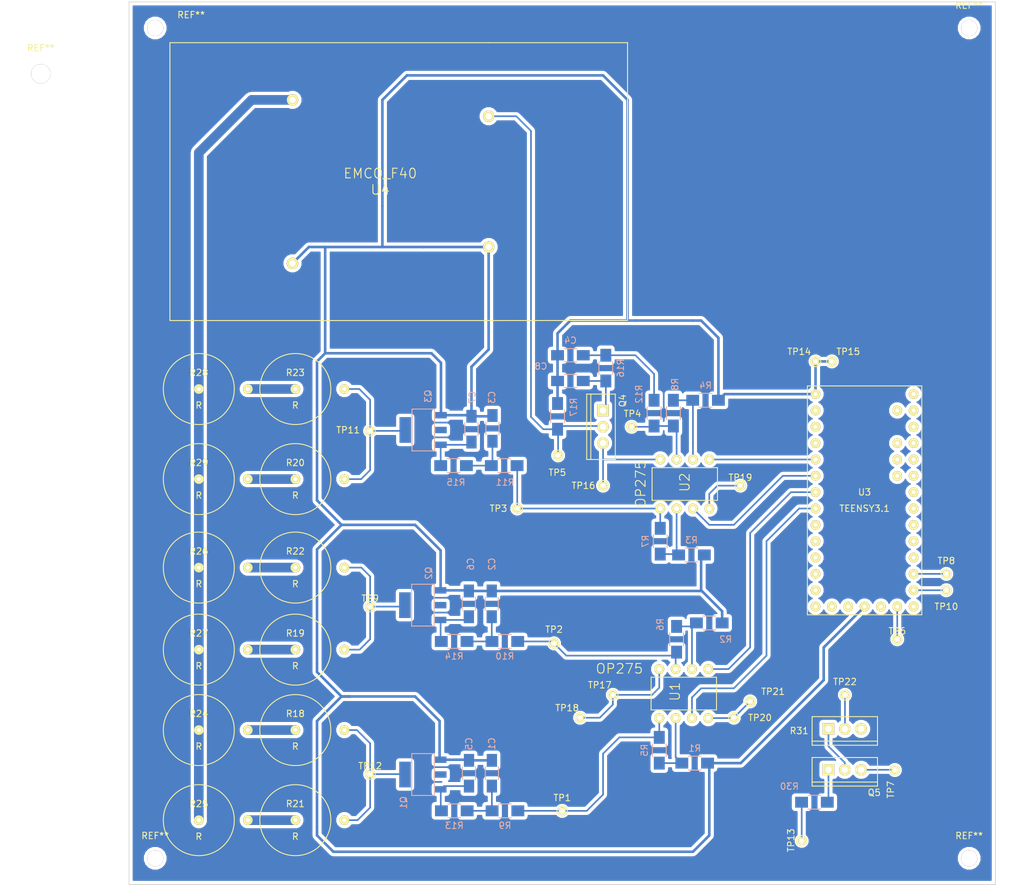
<source format=kicad_pcb>
(kicad_pcb (version 4) (host pcbnew "(2015-01-16 BZR 5376)-product")
  (layers (0 F.Cu signal) (31 B.Cu signal) (34 B.Paste user) (35 F.Paste user) (36 B.SilkS user) (37 F.SilkS user) (38 B.Mask user) (39 F.Mask user) (44 Edge.Cuts user))
  (net 0 "")
  (net 1 "Net-(C1-Pad1)")
  (net 2 GND)
  (net 3 "Net-(C2-Pad1)")
  (net 4 "Net-(C3-Pad1)")
  (net 5 "Net-(C4-Pad1)")
  (net 6 "Net-(C5-Pad1)")
  (net 7 "Net-(C6-Pad1)")
  (net 8 "Net-(C7-Pad1)")
  (net 9 "Net-(C8-Pad1)")
  (net 10 +12V)
  (net 11 "Net-(Q4-Pad3)")
  (net 12 "Net-(R1-Pad2)")
  (net 13 "Net-(R2-Pad2)")
  (net 14 "Net-(R3-Pad2)")
  (net 15 "Net-(R4-Pad2)")
  (net 16 "Net-(R5-Pad1)")
  (net 17 "Net-(R10-Pad2)")
  (net 18 "Net-(R11-Pad2)")
  (net 19 "Net-(R12-Pad2)")
  (net 20 "Net-(R18-Pad1)")
  (net 21 "Net-(R19-Pad1)")
  (net 22 "Net-(R20-Pad1)")
  (net 23 "Net-(R21-Pad1)")
  (net 24 "Net-(R22-Pad1)")
  (net 25 "Net-(R23-Pad1)")
  (net 26 "Net-(R24-Pad1)")
  (net 27 "Net-(U1-Pad3)")
  (net 28 -12V)
  (net 29 "Net-(U1-Pad5)")
  (net 30 "Net-(U2-Pad3)")
  (net 31 "Net-(U2-Pad5)")
  (net 32 "Net-(Q5-Pad3)")
  (net 33 "Net-(Q5-Pad1)")
  (net 34 +5V)
  (net 35 "Net-(R31-Pad3)")
  (net 36 "Net-(U3-Pad2)")
  (net 37 "Net-(U3-Pad3)")
  (net 38 "Net-(U3-Pad4)")
  (net 39 "Net-(U3-Pad9)")
  (net 40 "Net-(U3-Pad10)")
  (net 41 "Net-(U3-Pad11)")
  (net 42 "Net-(U3-Pad12)")
  (net 43 "Net-(U3-Pad13)")
  (net 44 "Net-(U3-Pad14)")
  (net 45 "Net-(U3-Pad15)")
  (net 46 "Net-(U3-Pad16)")
  (net 47 "Net-(U3-Pad18)")
  (net 48 "Net-(U3-Pad20)")
  (net 49 "Net-(U3-Pad23)")
  (net 50 "Net-(U3-Pad24)")
  (net 51 "Net-(U3-Pad25)")
  (net 52 "Net-(U3-Pad26)")
  (net 53 "Net-(U3-Pad27)")
  (net 54 "Net-(U3-Pad28)")
  (net 55 "Net-(U3-Pad29)")
  (net 56 "Net-(U3-Pad30)")
  (net 57 "Net-(U3-Pad31)")
  (net 58 "Net-(U3-Pad32)")
  (net 59 "Net-(U3-Pad33)")
  (net 60 "Net-(Q1-Pad2)")
  (net 61 "Net-(Q2-Pad2)")
  (net 62 "Net-(Q3-Pad2)")
  (net 63 "Net-(Q5-Pad2)")
  (net 64 "Net-(R30-Pad2)")
  (net 65 "Net-(TP6-Pad1)")
  (net 66 "Net-(TP8-Pad1)")
  (net 67 "Net-(TP10-Pad1)")
  (module Capacitors_SMD:C_1206_HandSoldering (layer B.Cu) (at 79.244 152.896 90)
    (fp_text reference C1 (at 4.572 0 90) (layer B.SilkS) (effects (justify mirror)))
    (fp_text value C)
    (pad 1 smd rect (at -2 0 90) (size 2 1.6) (layers B.Cu B.Paste B.Mask) (net 1 "Net-(C1-Pad1)"))
    (pad 2 smd rect (at 2 0 90) (size 2 1.6) (layers B.Cu B.Paste B.Mask) (net 2 GND))
  )
  (module Capacitors_SMD:C_1206_HandSoldering (layer B.Cu) (at 79.224 126.575 90)
    (fp_text reference C2 (at 6.179 0.024 90) (layer B.SilkS) (effects (justify mirror)))
    (fp_text value C)
    (pad 1 smd rect (at -2 0 90) (size 2 1.6) (layers B.Cu B.Paste B.Mask) (net 3 "Net-(C2-Pad1)"))
    (pad 2 smd rect (at 2 0 90) (size 2 1.6) (layers B.Cu B.Paste B.Mask) (net 2 GND))
  )
  (module Capacitors_SMD:C_1206_HandSoldering (layer B.Cu) (at 79.335 99.305 90)
    (fp_text reference C3 (at 4.817 -0.087 90) (layer B.SilkS) (effects (justify mirror)))
    (fp_text value C)
    (pad 1 smd rect (at -2 0 90) (size 2 1.6) (layers B.Cu B.Paste B.Mask) (net 4 "Net-(C3-Pad1)"))
    (pad 2 smd rect (at 2 0 90) (size 2 1.6) (layers B.Cu B.Paste B.Mask) (net 2 GND))
  )
  (module Capacitors_SMD:C_1206_HandSoldering (layer B.Cu) (at 91.45 87.94 180)
    (fp_text reference C4 (at 0 2.3 180) (layer B.SilkS) (effects (justify mirror)))
    (fp_text value C)
    (pad 1 smd rect (at -2 0 180) (size 2 1.6) (layers B.Cu B.Paste B.Mask) (net 5 "Net-(C4-Pad1)"))
    (pad 2 smd rect (at 2 0 180) (size 2 1.6) (layers B.Cu B.Paste B.Mask) (net 2 GND))
  )
  (module Capacitors_SMD:C_1206_HandSoldering (layer B.Cu) (at 75.688 152.896 90)
    (fp_text reference C5 (at 4.572 0 90) (layer B.SilkS) (effects (justify mirror)))
    (fp_text value C)
    (pad 1 smd rect (at -2 0 90) (size 2 1.6) (layers B.Cu B.Paste B.Mask) (net 6 "Net-(C5-Pad1)"))
    (pad 2 smd rect (at 2 0 90) (size 2 1.6) (layers B.Cu B.Paste B.Mask) (net 2 GND))
  )
  (module Capacitors_SMD:C_1206_HandSoldering (layer B.Cu) (at 75.668 126.575 90)
    (fp_text reference C6 (at 6.179 0.278 90) (layer B.SilkS) (effects (justify mirror)))
    (fp_text value C)
    (pad 1 smd rect (at -2 0 90) (size 2 1.6) (layers B.Cu B.Paste B.Mask) (net 7 "Net-(C6-Pad1)"))
    (pad 2 smd rect (at 2 0 90) (size 2 1.6) (layers B.Cu B.Paste B.Mask) (net 2 GND))
  )
  (module Capacitors_SMD:C_1206_HandSoldering (layer B.Cu) (at 76.073 99.431 90)
    (fp_text reference C7 (at 4.943 0.127 90) (layer B.SilkS) (effects (justify mirror)))
    (fp_text value C)
    (pad 1 smd rect (at -2 0 90) (size 2 1.6) (layers B.Cu B.Paste B.Mask) (net 8 "Net-(C7-Pad1)"))
    (pad 2 smd rect (at 2 0 90) (size 2 1.6) (layers B.Cu B.Paste B.Mask) (net 2 GND))
  )
  (module Capacitors_SMD:C_1206_HandSoldering (layer B.Cu) (at 91.45 91.94 180)
    (fp_text reference C8 (at 4.582 2.278 180) (layer B.SilkS) (effects (justify mirror)))
    (fp_text value C)
    (pad 1 smd rect (at -2 0 180) (size 2 1.6) (layers B.Cu B.Paste B.Mask) (net 9 "Net-(C8-Pad1)"))
    (pad 2 smd rect (at 2 0 180) (size 2 1.6) (layers B.Cu B.Paste B.Mask) (net 2 GND))
  )
  (module teensy:STN0214 (layer B.Cu) (at 66.798 149.848 270)
    (fp_text reference Q1 (at 7.632 1.266 270) (layer B.SilkS) (effects (justify mirror)))
    (fp_text value STN0214 hide)
    (pad 4 smd rect (at 3.25 1.05 270) (size 4 1.8) (layers B.Cu B.Paste B.Mask) (net 60 "Net-(Q1-Pad2)"))
    (pad 1 smd rect (at 0.95 -4.5 270) (size 1 1.8) (layers B.Cu B.Paste B.Mask) (net 2 GND))
    (pad 2 smd rect (at 3.25 -4.5 270) (size 1 1.8) (layers B.Cu B.Paste B.Mask) (net 60 "Net-(Q1-Pad2)"))
    (pad 3 smd rect (at 5.55 -4.5 270) (size 1 1.8) (layers B.Cu B.Paste B.Mask) (net 6 "Net-(C5-Pad1)"))
  )
  (module teensy:STN0214 (layer B.Cu) (at 66.778 123.527 270)
    (fp_text reference Q2 (at -1.722 -2.652 270) (layer B.SilkS) (effects (justify mirror)))
    (fp_text value STN0214 hide)
    (pad 4 smd rect (at 3.25 1.05 270) (size 4 1.8) (layers B.Cu B.Paste B.Mask) (net 61 "Net-(Q2-Pad2)"))
    (pad 1 smd rect (at 0.95 -4.5 270) (size 1 1.8) (layers B.Cu B.Paste B.Mask) (net 2 GND))
    (pad 2 smd rect (at 3.25 -4.5 270) (size 1 1.8) (layers B.Cu B.Paste B.Mask) (net 61 "Net-(Q2-Pad2)"))
    (pad 3 smd rect (at 5.55 -4.5 270) (size 1 1.8) (layers B.Cu B.Paste B.Mask) (net 7 "Net-(C6-Pad1)"))
  )
  (module teensy:STN0214 (layer B.Cu) (at 66.835 96.305 270)
    (fp_text reference Q3 (at -2 -2.5 270) (layer B.SilkS) (effects (justify mirror)))
    (fp_text value STN0214 hide)
    (pad 4 smd rect (at 3.25 1.05 270) (size 4 1.8) (layers B.Cu B.Paste B.Mask) (net 62 "Net-(Q3-Pad2)"))
    (pad 1 smd rect (at 0.95 -4.5 270) (size 1 1.8) (layers B.Cu B.Paste B.Mask) (net 2 GND))
    (pad 2 smd rect (at 3.25 -4.5 270) (size 1 1.8) (layers B.Cu B.Paste B.Mask) (net 62 "Net-(Q3-Pad2)"))
    (pad 3 smd rect (at 5.55 -4.5 270) (size 1 1.8) (layers B.Cu B.Paste B.Mask) (net 8 "Net-(C7-Pad1)"))
  )
  (module Resistors_SMD:R_1206_HandSoldering (layer B.Cu) (at 110.76 151.325 180)
    (fp_text reference R1 (at 0 2.3 180) (layer B.SilkS) (effects (justify mirror)))
    (fp_text value R)
    (pad 1 smd rect (at -2 0 180) (size 2 1.7) (layers B.Cu B.Paste B.Mask) (net 2 GND))
    (pad 2 smd rect (at 2 0 180) (size 2 1.7) (layers B.Cu B.Paste B.Mask) (net 12 "Net-(R1-Pad2)"))
  )
  (module Resistors_SMD:R_1206_HandSoldering (layer B.Cu) (at 113.03 129.54 180)
    (fp_text reference R2 (at -2.54 -2.54 180) (layer B.SilkS) (effects (justify mirror)))
    (fp_text value R)
    (pad 1 smd rect (at -2 0 180) (size 2 1.7) (layers B.Cu B.Paste B.Mask) (net 2 GND))
    (pad 2 smd rect (at 2 0 180) (size 2 1.7) (layers B.Cu B.Paste B.Mask) (net 13 "Net-(R2-Pad2)"))
  )
  (module Resistors_SMD:R_1206_HandSoldering (layer B.Cu) (at 110.26 118.975 180)
    (fp_text reference R3 (at 0 2.3 180) (layer B.SilkS) (effects (justify mirror)))
    (fp_text value R)
    (pad 1 smd rect (at -2 0 180) (size 2 1.7) (layers B.Cu B.Paste B.Mask) (net 2 GND))
    (pad 2 smd rect (at 2 0 180) (size 2 1.7) (layers B.Cu B.Paste B.Mask) (net 14 "Net-(R3-Pad2)"))
  )
  (module Resistors_SMD:R_1206_HandSoldering (layer B.Cu) (at 112.45 94.94 180)
    (fp_text reference R4 (at 0 2.3 180) (layer B.SilkS) (effects (justify mirror)))
    (fp_text value R)
    (pad 1 smd rect (at -2 0 180) (size 2 1.7) (layers B.Cu B.Paste B.Mask) (net 2 GND))
    (pad 2 smd rect (at 2 0 180) (size 2 1.7) (layers B.Cu B.Paste B.Mask) (net 15 "Net-(R4-Pad2)"))
  )
  (module Resistors_SMD:R_1206_HandSoldering (layer B.Cu) (at 105.26 149.325 270)
    (fp_text reference R5 (at 0 2.3 270) (layer B.SilkS) (effects (justify mirror)))
    (fp_text value R)
    (pad 1 smd rect (at -2 0 270) (size 2 1.7) (layers B.Cu B.Paste B.Mask) (net 16 "Net-(R5-Pad1)"))
    (pad 2 smd rect (at 2 0 270) (size 2 1.7) (layers B.Cu B.Paste B.Mask) (net 12 "Net-(R1-Pad2)"))
  )
  (module Resistors_SMD:R_1206_HandSoldering (layer B.Cu) (at 107.95 132.08 90)
    (fp_text reference R6 (at 2.286 -2.54 90) (layer B.SilkS) (effects (justify mirror)))
    (fp_text value R)
    (pad 1 smd rect (at -2 0 90) (size 2 1.7) (layers B.Cu B.Paste B.Mask) (net 17 "Net-(R10-Pad2)"))
    (pad 2 smd rect (at 2 0 90) (size 2 1.7) (layers B.Cu B.Paste B.Mask) (net 13 "Net-(R2-Pad2)"))
  )
  (module Resistors_SMD:R_1206_HandSoldering (layer B.Cu) (at 105.41 116.84 270)
    (fp_text reference R7 (at 0 2.3 270) (layer B.SilkS) (effects (justify mirror)))
    (fp_text value R)
    (pad 1 smd rect (at -2 0 270) (size 2 1.7) (layers B.Cu B.Paste B.Mask) (net 18 "Net-(R11-Pad2)"))
    (pad 2 smd rect (at 2 0 270) (size 2 1.7) (layers B.Cu B.Paste B.Mask) (net 14 "Net-(R3-Pad2)"))
  )
  (module Resistors_SMD:R_1206_HandSoldering (layer B.Cu) (at 107.45 96.94 90)
    (fp_text reference R8 (at 4.484 0.246 90) (layer B.SilkS) (effects (justify mirror)))
    (fp_text value R)
    (pad 1 smd rect (at -2 0 90) (size 2 1.7) (layers B.Cu B.Paste B.Mask) (net 19 "Net-(R12-Pad2)"))
    (pad 2 smd rect (at 2 0 90) (size 2 1.7) (layers B.Cu B.Paste B.Mask) (net 15 "Net-(R4-Pad2)"))
  )
  (module Resistors_SMD:R_1206_HandSoldering (layer B.Cu) (at 81.276 158.738)
    (fp_text reference R9 (at 0 2.3) (layer B.SilkS) (effects (justify mirror)))
    (fp_text value R)
    (pad 1 smd rect (at -2 0) (size 2 1.7) (layers B.Cu B.Paste B.Mask) (net 1 "Net-(C1-Pad1)"))
    (pad 2 smd rect (at 2 0) (size 2 1.7) (layers B.Cu B.Paste B.Mask) (net 16 "Net-(R5-Pad1)"))
  )
  (module Resistors_SMD:R_1206_HandSoldering (layer B.Cu) (at 81.256 132.417)
    (fp_text reference R10 (at 0 2.3) (layer B.SilkS) (effects (justify mirror)))
    (fp_text value R)
    (pad 1 smd rect (at -2 0) (size 2 1.7) (layers B.Cu B.Paste B.Mask) (net 3 "Net-(C2-Pad1)"))
    (pad 2 smd rect (at 2 0) (size 2 1.7) (layers B.Cu B.Paste B.Mask) (net 17 "Net-(R10-Pad2)"))
  )
  (module Resistors_SMD:R_1206_HandSoldering (layer B.Cu) (at 81.161 105.091)
    (fp_text reference R11 (at 0.119 2.605) (layer B.SilkS) (effects (justify mirror)))
    (fp_text value R)
    (pad 1 smd rect (at -2 0) (size 2 1.7) (layers B.Cu B.Paste B.Mask) (net 4 "Net-(C3-Pad1)"))
    (pad 2 smd rect (at 2 0) (size 2 1.7) (layers B.Cu B.Paste B.Mask) (net 18 "Net-(R11-Pad2)"))
  )
  (module Resistors_SMD:R_1206_HandSoldering (layer B.Cu) (at 104.45 96.94 270)
    (fp_text reference R12 (at -2.96 2.342 270) (layer B.SilkS) (effects (justify mirror)))
    (fp_text value R)
    (pad 1 smd rect (at -2 0 270) (size 2 1.7) (layers B.Cu B.Paste B.Mask) (net 5 "Net-(C4-Pad1)"))
    (pad 2 smd rect (at 2 0 270) (size 2 1.7) (layers B.Cu B.Paste B.Mask) (net 19 "Net-(R12-Pad2)"))
  )
  (module Resistors_SMD:R_1206_HandSoldering (layer B.Cu) (at 73.402 158.738)
    (fp_text reference R13 (at 0 2.3) (layer B.SilkS) (effects (justify mirror)))
    (fp_text value R)
    (pad 1 smd rect (at -2 0) (size 2 1.7) (layers B.Cu B.Paste B.Mask) (net 6 "Net-(C5-Pad1)"))
    (pad 2 smd rect (at 2 0) (size 2 1.7) (layers B.Cu B.Paste B.Mask) (net 1 "Net-(C1-Pad1)"))
  )
  (module Resistors_SMD:R_1206_HandSoldering (layer B.Cu) (at 73.382 132.417)
    (fp_text reference R14 (at 0 2.3) (layer B.SilkS) (effects (justify mirror)))
    (fp_text value R)
    (pad 1 smd rect (at -2 0) (size 2 1.7) (layers B.Cu B.Paste B.Mask) (net 7 "Net-(C6-Pad1)"))
    (pad 2 smd rect (at 2 0) (size 2 1.7) (layers B.Cu B.Paste B.Mask) (net 3 "Net-(C2-Pad1)"))
  )
  (module Resistors_SMD:R_1206_HandSoldering (layer B.Cu) (at 73.287 105.091)
    (fp_text reference R15 (at 0.373 2.605) (layer B.SilkS) (effects (justify mirror)))
    (fp_text value R)
    (pad 1 smd rect (at -2 0) (size 2 1.7) (layers B.Cu B.Paste B.Mask) (net 8 "Net-(C7-Pad1)"))
    (pad 2 smd rect (at 2 0) (size 2 1.7) (layers B.Cu B.Paste B.Mask) (net 4 "Net-(C3-Pad1)"))
  )
  (module Resistors_SMD:R_1206_HandSoldering (layer B.Cu) (at 96.95 89.94 90)
    (fp_text reference R16 (at 0 2.3 90) (layer B.SilkS) (effects (justify mirror)))
    (fp_text value R)
    (pad 1 smd rect (at -2 0 90) (size 2 1.7) (layers B.Cu B.Paste B.Mask) (net 9 "Net-(C8-Pad1)"))
    (pad 2 smd rect (at 2 0 90) (size 2 1.7) (layers B.Cu B.Paste B.Mask) (net 5 "Net-(C4-Pad1)"))
  )
  (module Resistors_SMD:R_1206_HandSoldering (layer B.Cu) (at 89.45 97.44 90)
    (fp_text reference R17 (at 1.428 2.498 90) (layer B.SilkS) (effects (justify mirror)))
    (fp_text value R)
    (pad 1 smd rect (at -2 0 90) (size 2 1.7) (layers B.Cu B.Paste B.Mask) (net 11 "Net-(Q4-Pad3)"))
    (pad 2 smd rect (at 2 0 90) (size 2 1.7) (layers B.Cu B.Paste B.Mask) (net 2 GND))
  )
  (module Connect:PINTST (layer F.Cu) (at 90.17 158.75)
    (fp_text reference TP1 (at 0 -2.032) (layer F.SilkS))
    (fp_text value TP)
    (pad 1 thru_hole circle (at 0 0) (size 1.143 1.143) (drill 0.635) (layers *.Cu *.Mask F.SilkS) (net 16 "Net-(R5-Pad1)"))
  )
  (module Connect:PINTST (layer F.Cu) (at 88.9 132.715)
    (fp_text reference TP2 (at 0 -2.159) (layer F.SilkS))
    (fp_text value TP)
    (pad 1 thru_hole circle (at 0 0) (size 1.143 1.143) (drill 0.635) (layers *.Cu *.Mask F.SilkS) (net 17 "Net-(R10-Pad2)"))
  )
  (module Connect:PINTST (layer F.Cu) (at 83.185 111.76)
    (fp_text reference TP3 (at -2.921 0) (layer F.SilkS))
    (fp_text value Test_point)
    (pad 1 thru_hole circle (at 0 0) (size 1.143 1.143) (drill 0.635) (layers *.Cu *.Mask F.SilkS) (net 18 "Net-(R11-Pad2)"))
  )
  (module Connect:PINTST (layer F.Cu) (at 100.965 99.06)
    (fp_text reference TP4 (at 0.127 -2.032) (layer F.SilkS))
    (fp_text value TP)
    (pad 1 thru_hole circle (at 0 0) (size 1.143 1.143) (drill 0.635) (layers *.Cu *.Mask F.SilkS) (net 19 "Net-(R12-Pad2)"))
  )
  (module Connect:PINTST (layer F.Cu) (at 89.535 103.505)
    (fp_text reference TP5 (at -0.127 2.667) (layer F.SilkS))
    (fp_text value "")
    (pad 1 thru_hole circle (at 0 0) (size 1.143 1.143) (drill 0.635) (layers *.Cu *.Mask F.SilkS) (net 11 "Net-(Q4-Pad3)"))
  )
  (module teensy:OpAmp (layer F.Cu) (at 105.26 144.325 90)
    (fp_text reference U1 (at 4.117 2.436 90) (layer F.SilkS) (effects (font (size 1.5 1.5))))
    (fp_text value OP275 (at 7.673 -6.2 180) (layer F.SilkS) (effects (font (size 1.5 1.5))))
    (pad 1 thru_hole circle (at 0 0 90) (size 1.524 1.524) (drill 0.762) (layers *.Cu *.Mask F.SilkS) (net 16 "Net-(R5-Pad1)"))
    (pad 2 thru_hole circle (at 0 2.54 90) (size 1.524 1.524) (drill 0.762) (layers *.Cu *.Mask F.SilkS) (net 12 "Net-(R1-Pad2)"))
    (pad 3 thru_hole circle (at 0 5.08 90) (size 1.524 1.524) (drill 0.762) (layers *.Cu *.Mask F.SilkS) (net 27 "Net-(U1-Pad3)"))
    (pad 4 thru_hole circle (at 0 7.62 90) (size 1.524 1.524) (drill 0.762) (layers *.Cu *.Mask F.SilkS) (net 28 -12V))
    (pad 8 thru_hole circle (at 7.62 0 90) (size 1.524 1.524) (drill 0.762) (layers *.Cu *.Mask F.SilkS) (net 10 +12V))
    (pad 7 thru_hole circle (at 7.62 2.54 90) (size 1.524 1.524) (drill 0.762) (layers *.Cu *.Mask F.SilkS) (net 17 "Net-(R10-Pad2)"))
    (pad 6 thru_hole circle (at 7.62 5.08 90) (size 1.524 1.524) (drill 0.762) (layers *.Cu *.Mask F.SilkS) (net 13 "Net-(R2-Pad2)"))
    (pad 5 thru_hole circle (at 7.62 7.62 90) (size 1.524 1.524) (drill 0.762) (layers *.Cu *.Mask F.SilkS) (net 29 "Net-(U1-Pad5)"))
  )
  (module teensy:OpAmp (layer F.Cu) (at 105.41 111.76 90)
    (fp_text reference U2 (at 4.064 3.81 90) (layer F.SilkS) (effects (font (size 1.5 1.5))))
    (fp_text value OP275 (at 3.81 -3.048 90) (layer F.SilkS) (effects (font (size 1.5 1.5))))
    (pad 1 thru_hole circle (at 0 0 90) (size 1.524 1.524) (drill 0.762) (layers *.Cu *.Mask F.SilkS) (net 18 "Net-(R11-Pad2)"))
    (pad 2 thru_hole circle (at 0 2.54 90) (size 1.524 1.524) (drill 0.762) (layers *.Cu *.Mask F.SilkS) (net 14 "Net-(R3-Pad2)"))
    (pad 3 thru_hole circle (at 0 5.08 90) (size 1.524 1.524) (drill 0.762) (layers *.Cu *.Mask F.SilkS) (net 30 "Net-(U2-Pad3)"))
    (pad 4 thru_hole circle (at 0 7.62 90) (size 1.524 1.524) (drill 0.762) (layers *.Cu *.Mask F.SilkS) (net 28 -12V))
    (pad 8 thru_hole circle (at 7.62 0 90) (size 1.524 1.524) (drill 0.762) (layers *.Cu *.Mask F.SilkS) (net 10 +12V))
    (pad 7 thru_hole circle (at 7.62 2.54 90) (size 1.524 1.524) (drill 0.762) (layers *.Cu *.Mask F.SilkS) (net 19 "Net-(R12-Pad2)"))
    (pad 6 thru_hole circle (at 7.62 5.08 90) (size 1.524 1.524) (drill 0.762) (layers *.Cu *.Mask F.SilkS) (net 15 "Net-(R4-Pad2)"))
    (pad 5 thru_hole circle (at 7.62 7.62 90) (size 1.524 1.524) (drill 0.762) (layers *.Cu *.Mask F.SilkS) (net 31 "Net-(U2-Pad5)"))
  )
  (module teensy:EMCO_F40 (layer F.Cu) (at 78.74 50.8 180)
    (fp_text reference U4 (at 16.84 -11.43 180) (layer F.SilkS) (effects (font (size 1.5 1.5))))
    (fp_text value EMCO_F40 (at 16.84 -8.89 180) (layer F.SilkS) (effects (font (size 1.5 1.5))))
    (pad 1 thru_hole circle (at 0 0 180) (size 1.78 1.78) (drill 0.97) (layers *.Cu *.Mask F.SilkS) (net 11 "Net-(Q4-Pad3)"))
    (pad 2 thru_hole circle (at 0 -20.32 180) (size 1.78 1.78) (drill 0.97) (layers *.Cu *.Mask F.SilkS) (net 2 GND))
    (pad 4 thru_hole circle (at 30.48 -22.86 180) (size 1.78 1.78) (drill 0.97) (layers *.Cu *.Mask F.SilkS) (net 2 GND))
    (pad 3 thru_hole circle (at 30.48 2.54 180) (size 1.78 1.78) (drill 0.97) (layers *.Cu *.Mask F.SilkS) (net 26 "Net-(R24-Pad1)"))
  )
  (module Discret:TO220_VERT (layer F.Cu) (at 96.52 99.06 180)
    (fp_text reference Q4 (at -3.048 4.064 270) (layer F.SilkS))
    (fp_text value TIPXXX)
    (pad 2 thru_hole circle (at 0 -2.54 180) (size 1.778 1.778) (drill 1.016) (layers *.Cu *.Mask F.SilkS) (net 10 +12V))
    (pad 3 thru_hole circle (at 0 0 180) (size 1.778 1.778) (drill 1.016) (layers *.Cu *.Mask F.SilkS) (net 11 "Net-(Q4-Pad3)"))
    (pad 1 thru_hole rect (at 0 2.54 180) (size 1.778 1.778) (drill 1.016) (layers *.Cu *.Mask F.SilkS) (net 9 "Net-(C8-Pad1)"))
  )
  (module Discret:TO220_VERT (layer F.Cu) (at 134.09 152.36 270)
    (fp_text reference Q5 (at 3.556 -4.572 360) (layer F.SilkS))
    (fp_text value NPN)
    (pad 2 thru_hole circle (at 0 -2.54 270) (size 1.778 1.778) (drill 1.016) (layers *.Cu *.Mask F.SilkS) (net 63 "Net-(Q5-Pad2)"))
    (pad 3 thru_hole circle (at 0 0 270) (size 1.778 1.778) (drill 1.016) (layers *.Cu *.Mask F.SilkS) (net 32 "Net-(Q5-Pad3)"))
    (pad 1 thru_hole rect (at 0 2.54 270) (size 1.778 1.778) (drill 1.016) (layers *.Cu *.Mask F.SilkS) (net 33 "Net-(Q5-Pad1)"))
  )
  (module Resistors_SMD:R_1206_HandSoldering (layer B.Cu) (at 129.37 157.4 180)
    (fp_text reference R30 (at 3.894 2.46 180) (layer B.SilkS) (effects (justify mirror)))
    (fp_text value R)
    (pad 1 smd rect (at -2 0 180) (size 2 1.7) (layers B.Cu B.Paste B.Mask) (net 33 "Net-(Q5-Pad1)"))
    (pad 2 smd rect (at 2 0 180) (size 2 1.7) (layers B.Cu B.Paste B.Mask) (net 64 "Net-(R30-Pad2)"))
  )
  (module teensy:TEENSY3.1 (layer F.Cu) (at 137.16 111.76)
    (fp_text reference U3 (at 0 -2.54) (layer F.SilkS))
    (fp_text value TEENSY3.1 (at 0 0) (layer F.SilkS))
    (pad 1 thru_hole circle (at -7.62 -17.78) (size 1.5 1.5) (drill 0.6) (layers *.Cu *.Mask F.SilkS) (net 2 GND))
    (pad 2 thru_hole circle (at -7.62 -15.24) (size 1.5 1.5) (drill 0.6) (layers *.Cu *.Mask F.SilkS) (net 36 "Net-(U3-Pad2)"))
    (pad 3 thru_hole circle (at -7.62 -12.7) (size 1.5 1.5) (drill 0.6) (layers *.Cu *.Mask F.SilkS) (net 37 "Net-(U3-Pad3)"))
    (pad 4 thru_hole circle (at -7.62 -10.16) (size 1.5 1.5) (drill 0.6) (layers *.Cu *.Mask F.SilkS) (net 38 "Net-(U3-Pad4)"))
    (pad 5 thru_hole circle (at -7.62 -7.62) (size 1.5 1.5) (drill 0.6) (layers *.Cu *.Mask F.SilkS) (net 31 "Net-(U2-Pad5)"))
    (pad 6 thru_hole circle (at -7.62 -5.08) (size 1.5 1.5) (drill 0.6) (layers *.Cu *.Mask F.SilkS) (net 30 "Net-(U2-Pad3)"))
    (pad 7 thru_hole circle (at -7.62 -2.54) (size 1.5 1.5) (drill 0.6) (layers *.Cu *.Mask F.SilkS) (net 29 "Net-(U1-Pad5)"))
    (pad 8 thru_hole circle (at -7.62 0) (size 1.5 1.5) (drill 0.6) (layers *.Cu *.Mask F.SilkS) (net 27 "Net-(U1-Pad3)"))
    (pad 9 thru_hole circle (at -7.62 2.54) (size 1.5 1.5) (drill 0.6) (layers *.Cu *.Mask F.SilkS) (net 39 "Net-(U3-Pad9)"))
    (pad 10 thru_hole circle (at -7.62 5.08) (size 1.5 1.5) (drill 0.6) (layers *.Cu *.Mask F.SilkS) (net 40 "Net-(U3-Pad10)"))
    (pad 11 thru_hole circle (at -7.62 7.62) (size 1.5 1.5) (drill 0.6) (layers *.Cu *.Mask F.SilkS) (net 41 "Net-(U3-Pad11)"))
    (pad 12 thru_hole circle (at -7.62 10.16) (size 1.5 1.5) (drill 0.6) (layers *.Cu *.Mask F.SilkS) (net 42 "Net-(U3-Pad12)"))
    (pad 13 thru_hole circle (at -7.62 12.7) (size 1.5 1.5) (drill 0.6) (layers *.Cu *.Mask F.SilkS) (net 43 "Net-(U3-Pad13)"))
    (pad 14 thru_hole circle (at -7.62 15.24) (size 1.5 1.5) (drill 0.6) (layers *.Cu *.Mask F.SilkS) (net 44 "Net-(U3-Pad14)"))
    (pad 15 thru_hole circle (at -5.08 15.24) (size 1.5 1.5) (drill 0.6) (layers *.Cu *.Mask F.SilkS) (net 45 "Net-(U3-Pad15)"))
    (pad 16 thru_hole circle (at -2.54 15.24) (size 1.5 1.5) (drill 0.6) (layers *.Cu *.Mask F.SilkS) (net 46 "Net-(U3-Pad16)"))
    (pad 17 thru_hole circle (at 0 15.24) (size 1.5 1.5) (drill 0.6) (layers *.Cu *.Mask F.SilkS) (net 2 GND))
    (pad 18 thru_hole circle (at 2.54 15.24) (size 1.5 1.5) (drill 0.6) (layers *.Cu *.Mask F.SilkS) (net 47 "Net-(U3-Pad18)"))
    (pad 19 thru_hole circle (at 5.08 15.24) (size 1.5 1.5) (drill 0.6) (layers *.Cu *.Mask F.SilkS) (net 65 "Net-(TP6-Pad1)"))
    (pad 20 thru_hole circle (at 7.62 15.24) (size 1.5 1.5) (drill 0.6) (layers *.Cu *.Mask F.SilkS) (net 48 "Net-(U3-Pad20)"))
    (pad 21 thru_hole circle (at 7.62 12.7) (size 1.5 1.5) (drill 0.6) (layers *.Cu *.Mask F.SilkS) (net 67 "Net-(TP10-Pad1)"))
    (pad 22 thru_hole circle (at 7.62 10.16) (size 1.5 1.5) (drill 0.6) (layers *.Cu *.Mask F.SilkS) (net 66 "Net-(TP8-Pad1)"))
    (pad 23 thru_hole circle (at 7.62 7.62) (size 1.5 1.5) (drill 0.6) (layers *.Cu *.Mask F.SilkS) (net 49 "Net-(U3-Pad23)"))
    (pad 24 thru_hole circle (at 7.62 5.08) (size 1.5 1.5) (drill 0.6) (layers *.Cu *.Mask F.SilkS) (net 50 "Net-(U3-Pad24)"))
    (pad 25 thru_hole circle (at 7.62 2.54) (size 1.5 1.5) (drill 0.6) (layers *.Cu *.Mask F.SilkS) (net 51 "Net-(U3-Pad25)"))
    (pad 26 thru_hole circle (at 7.62 0) (size 1.5 1.5) (drill 0.6) (layers *.Cu *.Mask F.SilkS) (net 52 "Net-(U3-Pad26)"))
    (pad 27 thru_hole circle (at 7.62 -2.54) (size 1.5 1.5) (drill 0.6) (layers *.Cu *.Mask F.SilkS) (net 53 "Net-(U3-Pad27)"))
    (pad 28 thru_hole circle (at 7.62 -5.08) (size 1.5 1.5) (drill 0.6) (layers *.Cu *.Mask F.SilkS) (net 54 "Net-(U3-Pad28)"))
    (pad 29 thru_hole circle (at 7.62 -7.62) (size 1.5 1.5) (drill 0.6) (layers *.Cu *.Mask F.SilkS) (net 55 "Net-(U3-Pad29)"))
    (pad 30 thru_hole circle (at 7.62 -10.16) (size 1.5 1.5) (drill 0.6) (layers *.Cu *.Mask F.SilkS) (net 56 "Net-(U3-Pad30)"))
    (pad 31 thru_hole circle (at 7.62 -12.7) (size 1.5 1.5) (drill 0.6) (layers *.Cu *.Mask F.SilkS) (net 57 "Net-(U3-Pad31)"))
    (pad 32 thru_hole circle (at 7.62 -15.24) (size 1.5 1.5) (drill 0.6) (layers *.Cu *.Mask F.SilkS) (net 58 "Net-(U3-Pad32)"))
    (pad 33 thru_hole circle (at 7.62 -17.78) (size 1.5 1.5) (drill 0.6) (layers *.Cu *.Mask F.SilkS) (net 59 "Net-(U3-Pad33)"))
    (pad 34 thru_hole circle (at 5.08 -15.24) (size 1.5 1.5) (drill 0.6) (layers *.Cu *.Mask F.SilkS))
    (pad 35 thru_hole circle (at 5.08 -10.16) (size 1.5 1.5) (drill 0.6) (layers *.Cu *.Mask F.SilkS))
    (pad 36 thru_hole circle (at 5.08 -7.62) (size 1.5 1.5) (drill 0.6) (layers *.Cu *.Mask F.SilkS))
    (pad 37 thru_hole circle (at 5.08 -5.08) (size 1.5 1.5) (drill 0.6) (layers *.Cu *.Mask F.SilkS))
  )
  (module teensy:RES_1W (layer F.Cu) (at 48.7 146.19)
    (fp_text reference R18 (at 0 -2.54) (layer F.SilkS))
    (fp_text value R (at 0 2.54) (layer F.SilkS))
    (pad 1 thru_hole circle (at 0 0) (size 1.5 1.5) (drill 0.6) (layers *.Cu *.Mask F.SilkS) (net 20 "Net-(R18-Pad1)"))
    (pad 2 thru_hole circle (at 7.62 0) (size 1.5 1.5) (drill 0.6) (layers *.Cu *.Mask F.SilkS) (net 60 "Net-(Q1-Pad2)"))
  )
  (module teensy:RES_1W (layer F.Cu) (at 48.7 133.69)
    (fp_text reference R19 (at 0 -2.54) (layer F.SilkS))
    (fp_text value R (at 0 2.54) (layer F.SilkS))
    (pad 1 thru_hole circle (at 0 0) (size 1.5 1.5) (drill 0.6) (layers *.Cu *.Mask F.SilkS) (net 21 "Net-(R19-Pad1)"))
    (pad 2 thru_hole circle (at 7.62 0) (size 1.5 1.5) (drill 0.6) (layers *.Cu *.Mask F.SilkS) (net 61 "Net-(Q2-Pad2)"))
  )
  (module teensy:RES_1W (layer F.Cu) (at 48.7 107.19)
    (fp_text reference R20 (at 0 -2.54) (layer F.SilkS))
    (fp_text value R (at 0 2.54) (layer F.SilkS))
    (pad 1 thru_hole circle (at 0 0) (size 1.5 1.5) (drill 0.6) (layers *.Cu *.Mask F.SilkS) (net 22 "Net-(R20-Pad1)"))
    (pad 2 thru_hole circle (at 7.62 0) (size 1.5 1.5) (drill 0.6) (layers *.Cu *.Mask F.SilkS) (net 62 "Net-(Q3-Pad2)"))
  )
  (module teensy:RES_1W (layer F.Cu) (at 48.7 160.19)
    (fp_text reference R21 (at 0 -2.54) (layer F.SilkS))
    (fp_text value R (at 0 2.54) (layer F.SilkS))
    (pad 1 thru_hole circle (at 0 0) (size 1.5 1.5) (drill 0.6) (layers *.Cu *.Mask F.SilkS) (net 23 "Net-(R21-Pad1)"))
    (pad 2 thru_hole circle (at 7.62 0) (size 1.5 1.5) (drill 0.6) (layers *.Cu *.Mask F.SilkS) (net 60 "Net-(Q1-Pad2)"))
  )
  (module teensy:RES_1W (layer F.Cu) (at 48.7 120.94)
    (fp_text reference R22 (at 0 -2.54) (layer F.SilkS))
    (fp_text value R (at 0 2.54) (layer F.SilkS))
    (pad 1 thru_hole circle (at 0 0) (size 1.5 1.5) (drill 0.6) (layers *.Cu *.Mask F.SilkS) (net 24 "Net-(R22-Pad1)"))
    (pad 2 thru_hole circle (at 7.62 0) (size 1.5 1.5) (drill 0.6) (layers *.Cu *.Mask F.SilkS) (net 61 "Net-(Q2-Pad2)"))
  )
  (module teensy:RES_1W (layer F.Cu) (at 48.7 93.19)
    (fp_text reference R23 (at 0 -2.54) (layer F.SilkS))
    (fp_text value R (at 0 2.54) (layer F.SilkS))
    (pad 1 thru_hole circle (at 0 0) (size 1.5 1.5) (drill 0.6) (layers *.Cu *.Mask F.SilkS) (net 25 "Net-(R23-Pad1)"))
    (pad 2 thru_hole circle (at 7.62 0) (size 1.5 1.5) (drill 0.6) (layers *.Cu *.Mask F.SilkS) (net 62 "Net-(Q3-Pad2)"))
  )
  (module teensy:RES_1W (layer F.Cu) (at 33.7 146.19)
    (fp_text reference R24 (at 0 -2.54) (layer F.SilkS))
    (fp_text value R (at 0 2.54) (layer F.SilkS))
    (pad 1 thru_hole circle (at 0 0) (size 1.5 1.5) (drill 0.6) (layers *.Cu *.Mask F.SilkS) (net 26 "Net-(R24-Pad1)"))
    (pad 2 thru_hole circle (at 7.62 0) (size 1.5 1.5) (drill 0.6) (layers *.Cu *.Mask F.SilkS) (net 20 "Net-(R18-Pad1)"))
  )
  (module teensy:RES_1W (layer F.Cu) (at 33.7 160.19)
    (fp_text reference R25 (at 0 -2.54) (layer F.SilkS))
    (fp_text value R (at 0 2.54) (layer F.SilkS))
    (pad 1 thru_hole circle (at 0 0) (size 1.5 1.5) (drill 0.6) (layers *.Cu *.Mask F.SilkS) (net 26 "Net-(R24-Pad1)"))
    (pad 2 thru_hole circle (at 7.62 0) (size 1.5 1.5) (drill 0.6) (layers *.Cu *.Mask F.SilkS) (net 23 "Net-(R21-Pad1)"))
  )
  (module teensy:RES_1W (layer F.Cu) (at 33.7 120.94)
    (fp_text reference R26 (at 0 -2.54) (layer F.SilkS))
    (fp_text value R (at 0 2.54) (layer F.SilkS))
    (pad 1 thru_hole circle (at 0 0) (size 1.5 1.5) (drill 0.6) (layers *.Cu *.Mask F.SilkS) (net 26 "Net-(R24-Pad1)"))
    (pad 2 thru_hole circle (at 7.62 0) (size 1.5 1.5) (drill 0.6) (layers *.Cu *.Mask F.SilkS) (net 24 "Net-(R22-Pad1)"))
  )
  (module teensy:RES_1W (layer F.Cu) (at 33.7 133.69)
    (fp_text reference R27 (at 0 -2.54) (layer F.SilkS))
    (fp_text value R (at 0 2.54) (layer F.SilkS))
    (pad 1 thru_hole circle (at 0 0) (size 1.5 1.5) (drill 0.6) (layers *.Cu *.Mask F.SilkS) (net 26 "Net-(R24-Pad1)"))
    (pad 2 thru_hole circle (at 7.62 0) (size 1.5 1.5) (drill 0.6) (layers *.Cu *.Mask F.SilkS) (net 21 "Net-(R19-Pad1)"))
  )
  (module teensy:RES_1W (layer F.Cu) (at 33.7 93.19)
    (fp_text reference R28 (at 0 -2.54) (layer F.SilkS))
    (fp_text value R (at 0 2.54) (layer F.SilkS))
    (pad 1 thru_hole circle (at 0 0) (size 1.5 1.5) (drill 0.6) (layers *.Cu *.Mask F.SilkS) (net 26 "Net-(R24-Pad1)"))
    (pad 2 thru_hole circle (at 7.62 0) (size 1.5 1.5) (drill 0.6) (layers *.Cu *.Mask F.SilkS) (net 25 "Net-(R23-Pad1)"))
  )
  (module teensy:RES_1W (layer F.Cu) (at 33.7 107.19)
    (fp_text reference R29 (at 0 -2.54) (layer F.SilkS))
    (fp_text value R (at 0 2.54) (layer F.SilkS))
    (pad 1 thru_hole circle (at 0 0) (size 1.5 1.5) (drill 0.6) (layers *.Cu *.Mask F.SilkS) (net 26 "Net-(R24-Pad1)"))
    (pad 2 thru_hole circle (at 7.62 0) (size 1.5 1.5) (drill 0.6) (layers *.Cu *.Mask F.SilkS) (net 22 "Net-(R20-Pad1)"))
  )
  (module teensy:POT (layer F.Cu) (at 134.09 146.01 270)
    (fp_text reference R31 (at 0.294 7.09 360) (layer F.SilkS))
    (fp_text value POT)
    (pad 3 thru_hole circle (at 0 -2.54 270) (size 1.778 1.778) (drill 1.016) (layers *.Cu *.Mask F.SilkS) (net 35 "Net-(R31-Pad3)"))
    (pad 2 thru_hole circle (at 0 0 270) (size 1.778 1.778) (drill 1.016) (layers *.Cu *.Mask F.SilkS) (net 34 +5V))
    (pad 1 thru_hole rect (at 0 2.54 270) (size 1.778 1.778) (drill 1.016) (layers *.Cu *.Mask F.SilkS) (net 32 "Net-(Q5-Pad3)"))
  )
  (module Connect:PINTST (layer F.Cu) (at 142.24 132.08)
    (fp_text reference TP6 (at 0 -1.26746) (layer F.SilkS))
    (fp_text value Test_point)
    (pad 1 thru_hole circle (at 0 0) (size 1.143 1.143) (drill 0.635) (layers *.Cu *.Mask F.SilkS) (net 65 "Net-(TP6-Pad1)"))
  )
  (module Connect:PINTST (layer F.Cu) (at 141.87 152.4 90)
    (fp_text reference TP7 (at -3.048 -0.646 90) (layer F.SilkS))
    (fp_text value Test_point)
    (pad 1 thru_hole circle (at 0 0 90) (size 1.143 1.143) (drill 0.635) (layers *.Cu *.Mask F.SilkS) (net 63 "Net-(Q5-Pad2)"))
  )
  (module Connect:PINTST (layer F.Cu) (at 149.86 121.92)
    (fp_text reference TP8 (at 0 -2.032) (layer F.SilkS))
    (fp_text value A1)
    (pad 1 thru_hole circle (at 0 0) (size 1.143 1.143) (drill 0.635) (layers *.Cu *.Mask F.SilkS) (net 66 "Net-(TP8-Pad1)"))
  )
  (module Connect:PINTST (layer F.Cu) (at 60.325 127)
    (fp_text reference TP9 (at 0 -1.26746) (layer F.SilkS))
    (fp_text value Test_point)
    (pad 1 thru_hole circle (at 0 0) (size 1.143 1.143) (drill 0.635) (layers *.Cu *.Mask F.SilkS) (net 61 "Net-(Q2-Pad2)"))
  )
  (module Connect:PINTST (layer F.Cu) (at 149.86 124.46)
    (fp_text reference TP10 (at 0 2.54) (layer F.SilkS))
    (fp_text value A0)
    (pad 1 thru_hole circle (at 0 0) (size 1.143 1.143) (drill 0.635) (layers *.Cu *.Mask F.SilkS) (net 67 "Net-(TP10-Pad1)"))
  )
  (module Connect:PINTST (layer F.Cu) (at 60.325 99.695)
    (fp_text reference TP11 (at -3.429 -0.127) (layer F.SilkS))
    (fp_text value "")
    (pad 1 thru_hole circle (at 0 0) (size 1.143 1.143) (drill 0.635) (layers *.Cu *.Mask F.SilkS) (net 62 "Net-(Q3-Pad2)"))
  )
  (module Connect:PINTST (layer F.Cu) (at 60.325 153.035)
    (fp_text reference TP12 (at 0 -1.26746) (layer F.SilkS))
    (fp_text value "")
    (pad 1 thru_hole circle (at 0 0) (size 1.143 1.143) (drill 0.635) (layers *.Cu *.Mask F.SilkS) (net 60 "Net-(Q1-Pad2)"))
  )
  (module Connect:PINTST (layer F.Cu) (at 127.39 163.4 90)
    (fp_text reference TP13 (at 0.078 -1.66 90) (layer F.SilkS))
    (fp_text value TP)
    (pad 1 thru_hole circle (at 0 0 90) (size 1.143 1.143) (drill 0.635) (layers *.Cu *.Mask F.SilkS) (net 64 "Net-(R30-Pad2)"))
  )
  (module Connect:PINTST (layer F.Cu) (at 129.54 88.9)
    (fp_text reference TP14 (at -2.54 -1.524) (layer F.SilkS))
    (fp_text value GND)
    (pad 1 thru_hole circle (at 0 0) (size 1.143 1.143) (drill 0.635) (layers *.Cu *.Mask F.SilkS) (net 2 GND))
  )
  (module Connect:PINTST (layer F.Cu) (at 132.08 88.9)
    (fp_text reference TP15 (at 2.54 -1.524) (layer F.SilkS))
    (fp_text value GND)
    (pad 1 thru_hole circle (at 0 0) (size 1.143 1.143) (drill 0.635) (layers *.Cu *.Mask F.SilkS) (net 2 GND))
  )
  (module Connect:PINTST (layer F.Cu) (at 96.52 108.204)
    (fp_text reference TP16 (at -3.048 0) (layer F.SilkS))
    (fp_text value +12V)
    (pad 1 thru_hole circle (at 0 0) (size 1.143 1.143) (drill 0.635) (layers *.Cu *.Mask F.SilkS) (net 10 +12V))
  )
  (module Connect:PINTST (layer F.Cu) (at 98.044 140.716)
    (fp_text reference TP17 (at -2.032 -1.524) (layer F.SilkS))
    (fp_text value +12V)
    (pad 1 thru_hole circle (at 0 0) (size 1.143 1.143) (drill 0.635) (layers *.Cu *.Mask F.SilkS) (net 10 +12V))
  )
  (module Connect:PINTST (layer F.Cu) (at 92.964 144.272)
    (fp_text reference TP18 (at -2.032 -1.524) (layer F.SilkS))
    (fp_text value +12V)
    (pad 1 thru_hole circle (at 0 0) (size 1.143 1.143) (drill 0.635) (layers *.Cu *.Mask F.SilkS) (net 10 +12V))
  )
  (module Connect:PINTST (layer F.Cu) (at 117.856 108.204)
    (fp_text reference TP19 (at 0 -1.26746) (layer F.SilkS))
    (fp_text value -12V)
    (pad 1 thru_hole circle (at 0 0) (size 1.143 1.143) (drill 0.635) (layers *.Cu *.Mask F.SilkS) (net 28 -12V))
  )
  (module Connect:PINTST (layer F.Cu) (at 116.84 144.272)
    (fp_text reference TP20 (at 4.064 0) (layer F.SilkS))
    (fp_text value -12V)
    (pad 1 thru_hole circle (at 0 0) (size 1.143 1.143) (drill 0.635) (layers *.Cu *.Mask F.SilkS) (net 28 -12V))
  )
  (module Connect:PINTST (layer F.Cu) (at 119.38 141.732)
    (fp_text reference TP21 (at 3.556 -1.524) (layer F.SilkS))
    (fp_text value -12V)
    (pad 1 thru_hole circle (at 0 0) (size 1.143 1.143) (drill 0.635) (layers *.Cu *.Mask F.SilkS) (net 28 -12V))
  )
  (module Connect:PINTST (layer F.Cu) (at 134.112 140.716)
    (fp_text reference TP22 (at 0 -2.032) (layer F.SilkS))
    (fp_text value +5V)
    (pad 1 thru_hole circle (at 0 0) (size 1.143 1.143) (drill 0.635) (layers *.Cu *.Mask F.SilkS) (net 34 +5V))
  )
  (module Mounting_Holes:MountingHole_3mm (layer F.Cu) (at 9.144 44.196)
    (fp_text reference REF** (at 0 -4.0005) (layer F.SilkS))
    (fp_text value MountingHole_3mm)
    (pad 1 thru_hole circle (at 0 0) (size 2.99974 2.99974) (drill 2.99974) (layers))
  )
  (module Mounting_Holes:MountingHole_2-5mm (layer F.Cu) (at 26.924 166.116)
    (fp_text reference REF** (at 0 -3.50012) (layer F.SilkS))
    (fp_text value MountingHole_2-5mm)
    (pad 1 thru_hole circle (at 0 0) (size 2.49936 2.49936) (drill 2.49936) (layers))
  )
  (module Mounting_Holes:MountingHole_2-5mm (layer F.Cu) (at 153.416 166.116)
    (fp_text reference REF** (at 0 -3.50012) (layer F.SilkS))
    (fp_text value MountingHole_2-5mm)
    (pad 1 thru_hole circle (at 0 0) (size 2.49936 2.49936) (drill 2.49936) (layers))
  )
  (module Mounting_Holes:MountingHole_2-5mm (layer F.Cu) (at 153.416 37.084)
    (fp_text reference REF** (at 0 -3.50012) (layer F.SilkS))
    (fp_text value "")
    (pad 1 thru_hole circle (at 0 0) (size 2.49936 2.49936) (drill 2.49936) (layers))
  )
  (module Mounting_Holes:MountingHole_2-5mm (layer F.Cu) (at 26.924 37.084)
    (fp_text reference REF** (at 5.588 -2.032) (layer F.SilkS))
    (fp_text value "")
    (pad 1 thru_hole circle (at 0 0) (size 2.49936 2.49936) (drill 2.49936) (layers))
  )
  (gr_line (start 22.86 33.02) (end 157.48 33.02) (angle 90) (layer Edge.Cuts) (width 0.1))
  (gr_line (start 22.86 170.18) (end 22.86 33.02) (angle 90) (layer Edge.Cuts) (width 0.1))
  (gr_line (start 157.48 170.18) (end 22.86 170.18) (angle 90) (layer Edge.Cuts) (width 0.1))
  (gr_line (start 157.48 33.02) (end 157.48 170.18) (angle 90) (layer Edge.Cuts) (width 0.1))
  (gr_line (start 157.48 170.18) (end 157.48 33.02) (angle 90) (layer Edge.Cuts) (width 0.1))
  (gr_line (start 22.86 170.18) (end 157.48 170.18) (angle 90) (layer Edge.Cuts) (width 0.1))
  (segment (start 79.244 158.706) (end 79.244 154.896) (width 0.254) (layer B.Cu) (net 1))
  (segment (start 79.276 158.738) (end 79.244 158.706) (width 0.254) (layer B.Cu) (net 1))
  (segment (start 75.402 158.738) (end 79.276 158.738) (width 0.254) (layer B.Cu) (net 1))
  (segment (start 52.07 110.49) (end 55.88 114.3) (width 0.4) (layer B.Cu) (net 2))
  (segment (start 55.88 114.3) (end 52.07 118.11) (width 0.4) (layer B.Cu) (net 2))
  (segment (start 55.88 114.3) (end 67.31 114.3) (width 0.4) (layer B.Cu) (net 2))
  (segment (start 67.31 114.3) (end 71.278 118.268) (width 0.4) (layer B.Cu) (net 2))
  (segment (start 71.278 118.268) (end 71.278 124.302) (width 0.4) (layer B.Cu) (net 2))
  (segment (start 52.07 137.16) (end 55.88 140.97) (width 0.4) (layer B.Cu) (net 2))
  (segment (start 52.07 161.29) (end 52.07 162.56) (width 0.4) (layer B.Cu) (net 2))
  (segment (start 52.07 144.78) (end 55.88 140.97) (width 0.4) (layer B.Cu) (net 2))
  (segment (start 113.03 162.56) (end 113.03 151.595) (width 0.4) (layer B.Cu) (net 2))
  (segment (start 110.49 165.1) (end 113.03 162.56) (width 0.4) (layer B.Cu) (net 2))
  (segment (start 55.88 165.1) (end 110.49 165.1) (width 0.4) (layer B.Cu) (net 2))
  (segment (start 52.07 146.05) (end 52.07 161.29) (width 0.4) (layer B.Cu) (net 2))
  (segment (start 52.07 146.05) (end 52.07 144.78) (width 0.4) (layer B.Cu) (net 2))
  (segment (start 52.07 162.56) (end 54.61 165.1) (width 0.4) (layer B.Cu) (net 2))
  (segment (start 54.61 165.1) (end 55.88 165.1) (width 0.4) (layer B.Cu) (net 2))
  (segment (start 79.244 150.896) (end 75.688 150.896) (width 0.4) (layer B.Cu) (net 2))
  (segment (start 129.54 88.9) (end 132.08 88.9) (width 0.4) (layer B.Cu) (net 2))
  (segment (start 129.54 93.98) (end 129.54 88.9) (width 0.4) (layer B.Cu) (net 2))
  (segment (start 53.34 87.63) (end 53.34 71.12) (width 0.4) (layer B.Cu) (net 2))
  (segment (start 111.76 124.575) (end 111.76 119.475) (width 0.4) (layer B.Cu) (net 2))
  (segment (start 111.76 119.475) (end 112.26 118.975) (width 0.4) (layer B.Cu) (net 2))
  (segment (start 79.224 124.575) (end 111.76 124.575) (width 0.4) (layer B.Cu) (net 2))
  (segment (start 111.76 124.575) (end 111.875 124.575) (width 0.4) (layer B.Cu) (net 2))
  (segment (start 115.03 127.73) (end 115.03 129.54) (width 0.4) (layer B.Cu) (net 2))
  (segment (start 111.875 124.575) (end 115.03 127.73) (width 0.4) (layer B.Cu) (net 2))
  (segment (start 112.53 119.245) (end 112.26 118.975) (width 0.4) (layer B.Cu) (net 2))
  (segment (start 112.26 118.975) (end 112.625 118.975) (width 0.4) (layer B.Cu) (net 2))
  (segment (start 129.54 93.98) (end 115.41 93.98) (width 0.4) (layer B.Cu) (net 2))
  (segment (start 115.41 93.98) (end 114.45 94.94) (width 0.4) (layer B.Cu) (net 2))
  (segment (start 62.23 64.77) (end 62.23 71.12) (width 0.4) (layer B.Cu) (net 2))
  (segment (start 68.58 71.12) (end 62.23 71.12) (width 0.4) (layer B.Cu) (net 2))
  (segment (start 62.23 71.12) (end 53.34 71.12) (width 0.4) (layer B.Cu) (net 2))
  (segment (start 53.34 71.12) (end 50.8 71.12) (width 0.4) (layer B.Cu) (net 2))
  (segment (start 50.8 71.12) (end 48.26 73.66) (width 0.4) (layer B.Cu) (net 2))
  (segment (start 71.12 150.62) (end 71.12 144.78) (width 0.4) (layer B.Cu) (net 2))
  (segment (start 67.31 140.97) (end 57.15 140.97) (width 0.4) (layer B.Cu) (net 2))
  (segment (start 67.31 140.97) (end 71.12 144.78) (width 0.4) (layer B.Cu) (net 2))
  (segment (start 71.12 150.62) (end 71.298 150.798) (width 0.4) (layer B.Cu) (net 2))
  (segment (start 52.07 135.89) (end 52.07 137.16) (width 0.4) (layer B.Cu) (net 2))
  (segment (start 52.07 118.11) (end 52.07 135.89) (width 0.4) (layer B.Cu) (net 2))
  (segment (start 55.88 140.97) (end 57.15 140.97) (width 0.4) (layer B.Cu) (net 2))
  (segment (start 55.88 140.97) (end 57.15 140.97) (width 0.4) (layer B.Cu) (net 2))
  (segment (start 78.74 71.12) (end 68.58 71.12) (width 0.4) (layer B.Cu) (net 2))
  (segment (start 100.33 48.26) (end 100.33 82.55) (width 0.4) (layer B.Cu) (net 2))
  (segment (start 96.52 44.45) (end 100.33 48.26) (width 0.4) (layer B.Cu) (net 2))
  (segment (start 66.04 44.45) (end 96.52 44.45) (width 0.4) (layer B.Cu) (net 2))
  (segment (start 62.23 48.26) (end 66.04 44.45) (width 0.4) (layer B.Cu) (net 2))
  (segment (start 62.23 64.77) (end 62.23 48.26) (width 0.4) (layer B.Cu) (net 2))
  (segment (start 113.03 151.595) (end 112.76 151.325) (width 0.4) (layer B.Cu) (net 2))
  (segment (start 112.76 151.325) (end 117.915 151.325) (width 0.4) (layer B.Cu) (net 2))
  (segment (start 130.81 133.35) (end 137.16 127) (width 0.4) (layer B.Cu) (net 2))
  (segment (start 130.81 138.43) (end 130.81 133.35) (width 0.4) (layer B.Cu) (net 2))
  (segment (start 128.27 140.97) (end 130.81 138.43) (width 0.4) (layer B.Cu) (net 2))
  (segment (start 127 142.24) (end 128.27 140.97) (width 0.4) (layer B.Cu) (net 2))
  (segment (start 125.73 143.51) (end 127 142.24) (width 0.4) (layer B.Cu) (net 2))
  (segment (start 121.92 147.32) (end 125.73 143.51) (width 0.4) (layer B.Cu) (net 2))
  (segment (start 117.915 151.325) (end 121.92 147.32) (width 0.4) (layer B.Cu) (net 2))
  (segment (start 71.335 97.255) (end 71.335 89.115) (width 0.4) (layer B.Cu) (net 2))
  (segment (start 52.07 88.9) (end 52.07 110.49) (width 0.4) (layer B.Cu) (net 2))
  (segment (start 53.34 87.63) (end 52.07 88.9) (width 0.4) (layer B.Cu) (net 2))
  (segment (start 69.85 87.63) (end 53.34 87.63) (width 0.4) (layer B.Cu) (net 2))
  (segment (start 71.335 89.115) (end 69.85 87.63) (width 0.4) (layer B.Cu) (net 2))
  (segment (start 71.278 124.302) (end 71.12 124.46) (width 0.4) (layer B.Cu) (net 2))
  (segment (start 71.12 124.46) (end 71.278 124.477) (width 0.4) (layer B.Cu) (net 2))
  (segment (start 89.45 87.94) (end 89.45 84.54) (width 0.4) (layer B.Cu) (net 2))
  (segment (start 91.44 82.55) (end 100.33 82.55) (width 0.4) (layer B.Cu) (net 2))
  (segment (start 89.45 84.54) (end 91.44 82.55) (width 0.4) (layer B.Cu) (net 2))
  (segment (start 100.33 82.55) (end 101.6 82.55) (width 0.4) (layer B.Cu) (net 2))
  (segment (start 111.76 82.55) (end 114.45 85.24) (width 0.4) (layer B.Cu) (net 2))
  (segment (start 110.49 82.55) (end 111.76 82.55) (width 0.4) (layer B.Cu) (net 2))
  (segment (start 101.6 82.55) (end 110.49 82.55) (width 0.4) (layer B.Cu) (net 2))
  (segment (start 114.45 85.24) (end 114.45 94.94) (width 0.4) (layer B.Cu) (net 2))
  (segment (start 78.74 87.06) (end 76.073 89.727) (width 0.4) (layer B.Cu) (net 2))
  (segment (start 76.073 89.727) (end 76.073 97.431) (width 0.4) (layer B.Cu) (net 2))
  (segment (start 78.74 71.12) (end 78.74 87.06) (width 0.4) (layer B.Cu) (net 2))
  (segment (start 89.45 87.94) (end 89.45 91.94) (width 0.4) (layer B.Cu) (net 2))
  (segment (start 89.45 91.94) (end 89.45 95.44) (width 0.4) (layer B.Cu) (net 2))
  (segment (start 75.897 97.255) (end 76.073 97.431) (width 0.4) (layer B.Cu) (net 2))
  (segment (start 71.335 97.255) (end 75.897 97.255) (width 0.4) (layer B.Cu) (net 2))
  (segment (start 79.209 97.431) (end 79.335 97.305) (width 0.4) (layer B.Cu) (net 2))
  (segment (start 76.073 97.431) (end 79.209 97.431) (width 0.4) (layer B.Cu) (net 2))
  (segment (start 75.57 124.477) (end 75.668 124.575) (width 0.4) (layer B.Cu) (net 2))
  (segment (start 71.278 124.477) (end 75.57 124.477) (width 0.4) (layer B.Cu) (net 2))
  (segment (start 75.668 124.575) (end 79.224 124.575) (width 0.4) (layer B.Cu) (net 2))
  (segment (start 75.59 150.798) (end 75.688 150.896) (width 0.4) (layer B.Cu) (net 2))
  (segment (start 71.298 150.798) (end 75.59 150.798) (width 0.4) (layer B.Cu) (net 2))
  (segment (start 75.382 132.417) (end 79.256 132.417) (width 0.254) (layer B.Cu) (net 3))
  (segment (start 79.224 132.385) (end 79.256 132.417) (width 0.254) (layer B.Cu) (net 3))
  (segment (start 79.224 128.575) (end 79.224 132.385) (width 0.254) (layer B.Cu) (net 3))
  (segment (start 75.287 105.091) (end 79.161 105.091) (width 0.254) (layer B.Cu) (net 4))
  (segment (start 79.335 104.917) (end 79.161 105.091) (width 0.254) (layer B.Cu) (net 4))
  (segment (start 79.335 101.305) (end 79.335 104.917) (width 0.254) (layer B.Cu) (net 4))
  (segment (start 93.45 87.94) (end 96.95 87.94) (width 0.254) (layer B.Cu) (net 5))
  (segment (start 101.55 87.94) (end 104.45 90.84) (width 0.254) (layer B.Cu) (net 5))
  (segment (start 104.45 90.84) (end 104.45 94.94) (width 0.254) (layer B.Cu) (net 5))
  (segment (start 96.95 87.94) (end 101.55 87.94) (width 0.254) (layer B.Cu) (net 5))
  (segment (start 71.298 158.634) (end 71.402 158.738) (width 0.254) (layer B.Cu) (net 6))
  (segment (start 71.298 155.398) (end 71.298 158.634) (width 0.254) (layer B.Cu) (net 6))
  (segment (start 71.8 154.896) (end 71.298 155.398) (width 0.254) (layer B.Cu) (net 6))
  (segment (start 75.688 154.896) (end 71.8 154.896) (width 0.254) (layer B.Cu) (net 6))
  (segment (start 71.278 132.313) (end 71.382 132.417) (width 0.254) (layer B.Cu) (net 7))
  (segment (start 71.278 129.077) (end 71.278 132.313) (width 0.254) (layer B.Cu) (net 7))
  (segment (start 75.166 129.077) (end 75.668 128.575) (width 0.254) (layer B.Cu) (net 7))
  (segment (start 71.278 129.077) (end 75.166 129.077) (width 0.254) (layer B.Cu) (net 7))
  (segment (start 75.649 101.855) (end 76.073 101.431) (width 0.254) (layer B.Cu) (net 8))
  (segment (start 71.335 101.855) (end 75.649 101.855) (width 0.254) (layer B.Cu) (net 8))
  (segment (start 71.287 101.903) (end 71.335 101.855) (width 0.254) (layer B.Cu) (net 8))
  (segment (start 71.287 105.091) (end 71.287 101.903) (width 0.254) (layer B.Cu) (net 8))
  (segment (start 93.45 91.94) (end 96.95 91.94) (width 0.254) (layer B.Cu) (net 9))
  (segment (start 96.95 91.94) (end 96.95 96.4) (width 0.254) (layer B.Cu) (net 9))
  (segment (start 98.044 140.716) (end 104.14 140.716) (width 0.254) (layer B.Cu) (net 10))
  (segment (start 105.26 139.596) (end 105.26 136.705) (width 0.254) (layer B.Cu) (net 10))
  (segment (start 104.14 140.716) (end 105.26 139.596) (width 0.254) (layer B.Cu) (net 10))
  (segment (start 92.964 144.272) (end 96.012 144.272) (width 0.254) (layer B.Cu) (net 10))
  (segment (start 98.044 142.24) (end 98.044 140.716) (width 0.254) (layer B.Cu) (net 10))
  (segment (start 97.028 143.256) (end 98.044 142.24) (width 0.254) (layer B.Cu) (net 10))
  (segment (start 96.012 144.272) (end 97.028 143.256) (width 0.254) (layer B.Cu) (net 10))
  (segment (start 96.52 104.14) (end 99.06 104.14) (width 0.254) (layer B.Cu) (net 10))
  (segment (start 96.52 108.204) (end 96.52 104.14) (width 0.254) (layer B.Cu) (net 10))
  (segment (start 96.52 104.14) (end 96.52 101.6) (width 0.254) (layer B.Cu) (net 10))
  (segment (start 99.06 104.14) (end 105.41 104.14) (width 0.254) (layer B.Cu) (net 10))
  (segment (start 97.07 101.6) (end 96.95 101.48) (width 0.254) (layer B.Cu) (net 10))
  (segment (start 83.04 50.8) (end 85.32 53.08) (width 0.254) (layer B.Cu) (net 11))
  (segment (start 85.32 53.08) (end 85.32 97.53) (width 0.254) (layer B.Cu) (net 11))
  (segment (start 85.32 97.53) (end 87.23 99.44) (width 0.254) (layer B.Cu) (net 11))
  (segment (start 87.23 99.44) (end 89.45 99.44) (width 0.254) (layer B.Cu) (net 11))
  (segment (start 78.74 50.8) (end 83.04 50.8) (width 0.254) (layer B.Cu) (net 11))
  (segment (start 89.95 98.94) (end 89.45 99.44) (width 0.254) (layer B.Cu) (net 11))
  (segment (start 96.95 98.94) (end 89.95 98.94) (width 0.254) (layer B.Cu) (net 11))
  (segment (start 89.535 99.525) (end 89.45 99.44) (width 0.254) (layer B.Cu) (net 11))
  (segment (start 89.535 103.505) (end 89.535 99.525) (width 0.254) (layer B.Cu) (net 11))
  (segment (start 107.8 144.325) (end 107.8 150.365) (width 0.254) (layer B.Cu) (net 12))
  (segment (start 107.8 150.365) (end 108.76 151.325) (width 0.254) (layer B.Cu) (net 12))
  (segment (start 107.95 144.475) (end 107.8 144.325) (width 0.254) (layer B.Cu) (net 12))
  (segment (start 108.76 151.325) (end 107.95 150.515) (width 0.254) (layer B.Cu) (net 12))
  (segment (start 105.26 151.325) (end 108.76 151.325) (width 0.254) (layer B.Cu) (net 12))
  (segment (start 107.95 130.08) (end 110.49 130.08) (width 0.254) (layer B.Cu) (net 13))
  (segment (start 110.49 130.08) (end 111.03 129.54) (width 0.254) (layer B.Cu) (net 13))
  (segment (start 110.34 129.995) (end 110.34 136.705) (width 0.254) (layer B.Cu) (net 13))
  (segment (start 111.01 129.325) (end 110.34 129.995) (width 0.254) (layer B.Cu) (net 13))
  (segment (start 107.95 111.76) (end 107.95 118.665) (width 0.254) (layer B.Cu) (net 14))
  (segment (start 107.95 118.665) (end 107.775 118.84) (width 0.254) (layer B.Cu) (net 14))
  (segment (start 107.775 118.84) (end 105.41 118.84) (width 0.254) (layer B.Cu) (net 14))
  (segment (start 110.49 104.14) (end 110.49 101.6) (width 0.254) (layer B.Cu) (net 15))
  (segment (start 110.49 101.6) (end 110.49 94.98) (width 0.254) (layer B.Cu) (net 15))
  (segment (start 110.45 94.94) (end 110.49 94.98) (width 0.254) (layer B.Cu) (net 15))
  (segment (start 107.45 94.94) (end 110.45 94.94) (width 0.254) (layer B.Cu) (net 15))
  (segment (start 105.26 144.325) (end 105.26 147.325) (width 0.254) (layer B.Cu) (net 16))
  (segment (start 99.055 147.325) (end 105.26 147.325) (width 0.254) (layer B.Cu) (net 16))
  (segment (start 96.52 149.86) (end 99.055 147.325) (width 0.254) (layer B.Cu) (net 16))
  (segment (start 96.52 156.21) (end 96.52 149.86) (width 0.254) (layer B.Cu) (net 16))
  (segment (start 93.98 158.75) (end 96.52 156.21) (width 0.254) (layer B.Cu) (net 16))
  (segment (start 90.17 158.75) (end 93.98 158.75) (width 0.254) (layer B.Cu) (net 16))
  (segment (start 90.158 158.738) (end 90.17 158.75) (width 0.254) (layer B.Cu) (net 16))
  (segment (start 83.276 158.738) (end 90.158 158.738) (width 0.254) (layer B.Cu) (net 16))
  (segment (start 107.8 136.705) (end 107.8 134.23) (width 0.254) (layer B.Cu) (net 17))
  (segment (start 107.8 134.23) (end 107.95 134.08) (width 0.254) (layer B.Cu) (net 17))
  (segment (start 107.8 134.23) (end 107.41 134.62) (width 0.254) (layer B.Cu) (net 17))
  (segment (start 107.41 134.62) (end 90.805 134.62) (width 0.254) (layer B.Cu) (net 17))
  (segment (start 90.805 134.62) (end 88.9 132.715) (width 0.254) (layer B.Cu) (net 17))
  (segment (start 88.602 132.417) (end 88.9 132.715) (width 0.254) (layer B.Cu) (net 17))
  (segment (start 83.256 132.417) (end 88.602 132.417) (width 0.254) (layer B.Cu) (net 17))
  (segment (start 107.76 136.665) (end 107.8 136.705) (width 0.254) (layer B.Cu) (net 17))
  (segment (start 105.41 111.76) (end 105.41 114.84) (width 0.254) (layer B.Cu) (net 18))
  (segment (start 83.185 111.76) (end 105.41 111.76) (width 0.254) (layer B.Cu) (net 18))
  (segment (start 83.185 105.115) (end 83.161 105.091) (width 0.254) (layer B.Cu) (net 18))
  (segment (start 83.185 111.76) (end 83.185 105.115) (width 0.254) (layer B.Cu) (net 18))
  (segment (start 107.95 104.14) (end 107.95 99.44) (width 0.254) (layer B.Cu) (net 19))
  (segment (start 107.95 99.44) (end 107.45 98.94) (width 0.254) (layer B.Cu) (net 19))
  (segment (start 107.95 99.44) (end 107.45 98.94) (width 0.254) (layer B.Cu) (net 19))
  (segment (start 104.45 98.94) (end 107.45 98.94) (width 0.254) (layer B.Cu) (net 19))
  (segment (start 104.33 99.06) (end 104.45 98.94) (width 0.254) (layer B.Cu) (net 19))
  (segment (start 100.965 99.06) (end 104.33 99.06) (width 0.254) (layer B.Cu) (net 19))
  (segment (start 41.32 146.19) (end 48.7 146.19) (width 1.5) (layer B.Cu) (net 20))
  (segment (start 41.32 133.69) (end 48.7 133.69) (width 1.5) (layer B.Cu) (net 21))
  (segment (start 41.32 107.19) (end 48.7 107.19) (width 1.5) (layer B.Cu) (net 22))
  (segment (start 41.32 160.19) (end 48.7 160.19) (width 1.5) (layer B.Cu) (net 23))
  (segment (start 41.32 120.94) (end 48.7 120.94) (width 1.5) (layer B.Cu) (net 24))
  (segment (start 41.32 93.19) (end 48.7 93.19) (width 1.5) (layer B.Cu) (net 25))
  (segment (start 33.7 107.19) (end 33.7 93.19) (width 1.5) (layer B.Cu) (net 26))
  (segment (start 33.7 107.19) (end 33.7 120.94) (width 1.5) (layer B.Cu) (net 26))
  (segment (start 33.7 146.19) (end 33.7 160.19) (width 1.5) (layer B.Cu) (net 26))
  (segment (start 33.7 133.69) (end 33.7 146.19) (width 1.5) (layer B.Cu) (net 26))
  (segment (start 33.7 120.94) (end 33.7 133.69) (width 1.5) (layer B.Cu) (net 26))
  (segment (start 33.67 93.16) (end 33.7 93.19) (width 1.5) (layer B.Cu) (net 26))
  (segment (start 41.91 48.26) (end 33.7 56.47) (width 1.5) (layer B.Cu) (net 26))
  (segment (start 48.26 48.26) (end 41.91 48.26) (width 1.5) (layer B.Cu) (net 26))
  (segment (start 33.7 56.47) (end 33.7 93.19) (width 1.5) (layer B.Cu) (net 26))
  (segment (start 127 111.76) (end 121.92 116.84) (width 0.254) (layer B.Cu) (net 27))
  (segment (start 121.92 116.84) (end 121.92 134.62) (width 0.254) (layer B.Cu) (net 27))
  (segment (start 121.92 134.62) (end 116.84 139.7) (width 0.254) (layer B.Cu) (net 27))
  (segment (start 116.84 139.7) (end 111.76 139.7) (width 0.254) (layer B.Cu) (net 27))
  (segment (start 111.76 139.7) (end 110.34 141.12) (width 0.254) (layer B.Cu) (net 27))
  (segment (start 110.34 141.12) (end 110.34 144.325) (width 0.254) (layer B.Cu) (net 27))
  (segment (start 129.54 111.76) (end 127 111.76) (width 0.254) (layer B.Cu) (net 27))
  (segment (start 113.03 111.76) (end 113.03 109.474) (width 0.254) (layer B.Cu) (net 28))
  (segment (start 114.3 108.204) (end 117.856 108.204) (width 0.254) (layer B.Cu) (net 28))
  (segment (start 113.03 109.474) (end 114.3 108.204) (width 0.254) (layer B.Cu) (net 28))
  (segment (start 112.88 144.325) (end 116.787 144.325) (width 0.254) (layer B.Cu) (net 28))
  (segment (start 116.787 144.325) (end 119.38 141.732) (width 0.254) (layer B.Cu) (net 28))
  (segment (start 112.88 136.705) (end 116.025 136.705) (width 0.254) (layer B.Cu) (net 29))
  (segment (start 116.025 136.705) (end 119.38 133.35) (width 0.254) (layer B.Cu) (net 29))
  (segment (start 119.38 133.35) (end 119.38 115.57) (width 0.254) (layer B.Cu) (net 29))
  (segment (start 119.38 115.57) (end 125.73 109.22) (width 0.254) (layer B.Cu) (net 29))
  (segment (start 125.73 109.22) (end 129.54 109.22) (width 0.254) (layer B.Cu) (net 29))
  (segment (start 110.49 111.76) (end 113.03 114.3) (width 0.254) (layer B.Cu) (net 30))
  (segment (start 124.46 106.68) (end 129.54 106.68) (width 0.254) (layer B.Cu) (net 30))
  (segment (start 116.84 114.3) (end 124.46 106.68) (width 0.254) (layer B.Cu) (net 30))
  (segment (start 113.03 114.3) (end 116.84 114.3) (width 0.254) (layer B.Cu) (net 30))
  (segment (start 113.03 104.14) (end 129.54 104.14) (width 0.254) (layer B.Cu) (net 31))
  (segment (start 134.09 151.25) (end 131.55 148.71) (width 0.254) (layer B.Cu) (net 32))
  (segment (start 131.55 148.71) (end 131.55 146.01) (width 0.254) (layer B.Cu) (net 32))
  (segment (start 134.09 152.36) (end 134.09 151.25) (width 0.254) (layer B.Cu) (net 32))
  (segment (start 131.55 157.22) (end 131.37 157.4) (width 0.254) (layer B.Cu) (net 33))
  (segment (start 131.55 152.36) (end 131.55 157.22) (width 0.254) (layer B.Cu) (net 33))
  (segment (start 134.112 140.716) (end 134.112 145.988) (width 0.254) (layer B.Cu) (net 34))
  (segment (start 134.112 145.988) (end 134.09 146.01) (width 0.254) (layer B.Cu) (net 34))
  (segment (start 65.685 153.035) (end 65.748 153.098) (width 0.254) (layer B.Cu) (net 60))
  (segment (start 60.325 153.035) (end 65.685 153.035) (width 0.254) (layer B.Cu) (net 60))
  (segment (start 58.27 146.19) (end 60.325 148.245) (width 0.254) (layer B.Cu) (net 60))
  (segment (start 60.325 148.245) (end 60.325 153.035) (width 0.254) (layer B.Cu) (net 60))
  (segment (start 56.32 146.19) (end 58.27 146.19) (width 0.254) (layer B.Cu) (net 60))
  (segment (start 58.37 160.19) (end 60.325 158.235) (width 0.254) (layer B.Cu) (net 60))
  (segment (start 60.325 158.235) (end 60.325 153.035) (width 0.254) (layer B.Cu) (net 60))
  (segment (start 56.32 160.19) (end 58.37 160.19) (width 0.254) (layer B.Cu) (net 60))
  (segment (start 65.505 127) (end 65.728 126.777) (width 0.254) (layer B.Cu) (net 61))
  (segment (start 60.325 127) (end 65.505 127) (width 0.254) (layer B.Cu) (net 61))
  (segment (start 58.7 133.69) (end 60.325 132.065) (width 0.254) (layer B.Cu) (net 61))
  (segment (start 60.325 132.065) (end 60.325 127) (width 0.254) (layer B.Cu) (net 61))
  (segment (start 56.32 133.69) (end 58.7 133.69) (width 0.254) (layer B.Cu) (net 61))
  (segment (start 60.07 126.745) (end 60.325 127) (width 0.254) (layer B.Cu) (net 61))
  (segment (start 58.96 120.94) (end 60.325 122.305) (width 0.254) (layer B.Cu) (net 61))
  (segment (start 60.325 122.305) (end 60.325 127) (width 0.254) (layer B.Cu) (net 61))
  (segment (start 56.32 120.94) (end 58.96 120.94) (width 0.254) (layer B.Cu) (net 61))
  (segment (start 56.32 107.19) (end 58.926 107.19) (width 0.254) (layer B.Cu) (net 62))
  (segment (start 60.325 105.791) (end 60.325 99.695) (width 0.254) (layer B.Cu) (net 62))
  (segment (start 58.926 107.19) (end 60.325 105.791) (width 0.254) (layer B.Cu) (net 62))
  (segment (start 56.32 93.19) (end 58.646 93.19) (width 0.254) (layer B.Cu) (net 62))
  (segment (start 60.325 94.869) (end 60.325 99.695) (width 0.254) (layer B.Cu) (net 62))
  (segment (start 58.646 93.19) (end 60.325 94.869) (width 0.254) (layer B.Cu) (net 62))
  (segment (start 60.075 99.945) (end 60.325 99.695) (width 0.254) (layer B.Cu) (net 62))
  (segment (start 65.645 99.695) (end 65.785 99.555) (width 0.254) (layer B.Cu) (net 62))
  (segment (start 60.325 99.695) (end 65.645 99.695) (width 0.254) (layer B.Cu) (net 62))
  (segment (start 141.83 152.36) (end 141.87 152.4) (width 0.254) (layer B.Cu) (net 63))
  (segment (start 136.63 152.36) (end 141.83 152.36) (width 0.254) (layer B.Cu) (net 63))
  (segment (start 127.12 157.15) (end 127.37 157.4) (width 0.254) (layer B.Cu) (net 64))
  (segment (start 127.39 157.42) (end 127.37 157.4) (width 0.254) (layer B.Cu) (net 64))
  (segment (start 127.39 163.4) (end 127.39 157.42) (width 0.254) (layer B.Cu) (net 64))
  (segment (start 142.24 127) (end 142.24 132.08) (width 0.254) (layer B.Cu) (net 65))
  (segment (start 144.78 121.92) (end 149.86 121.92) (width 0.254) (layer B.Cu) (net 66))
  (segment (start 149.86 124.46) (end 144.78 124.46) (width 0.254) (layer B.Cu) (net 67))
  (zone (net 0) (net_name "") (layer B.Cu) (connect_pads (clearance 0.508)) (min_thickness 0.254) (fill yes (arc_segments 16) (thermal_gap 0.508) (thermal_bridge_width 0.508))
    (polygon (pts (xy 157.48 170.18) (xy 22.86 170.18) (xy 22.86 33.02) (xy 157.48 33.02)))
  )
)
</source>
